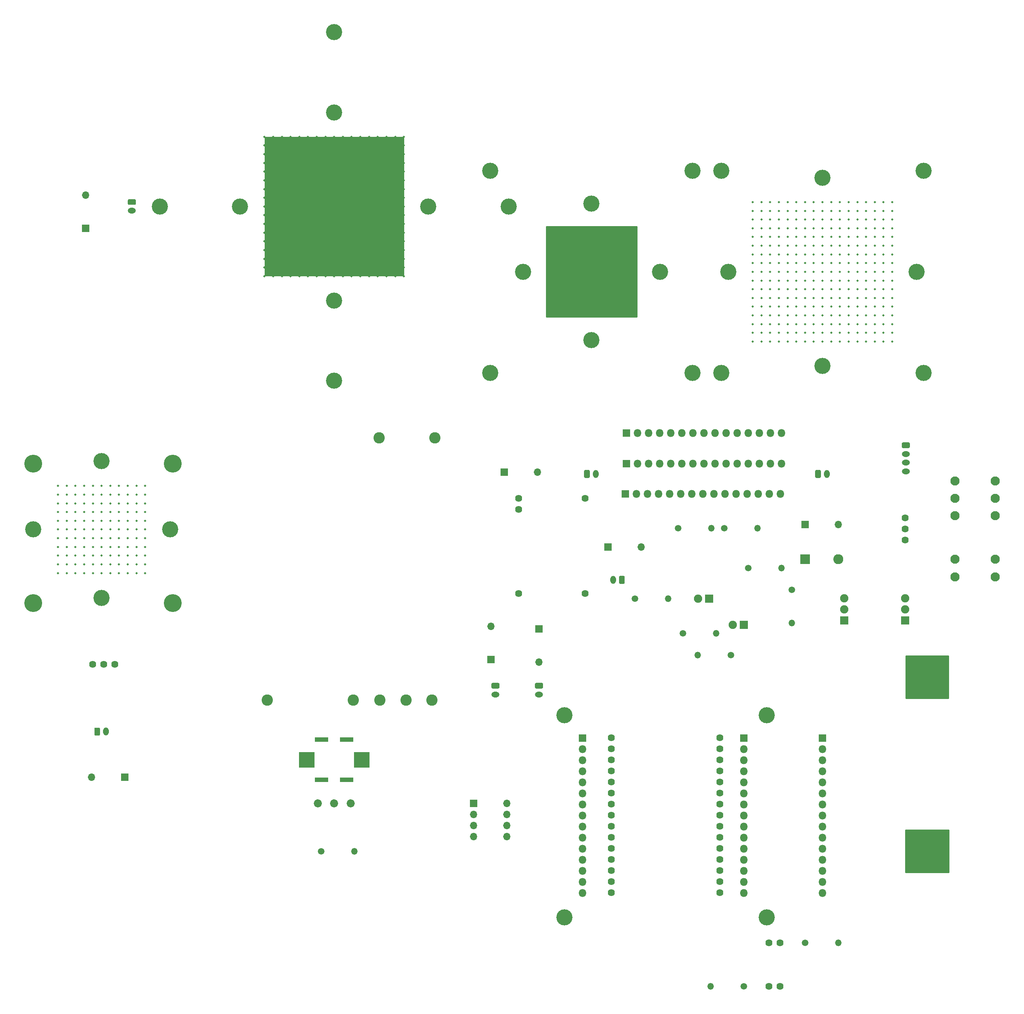
<source format=gbr>
%TF.GenerationSoftware,KiCad,Pcbnew,5.1.6-c6e7f7d~87~ubuntu19.10.1*%
%TF.CreationDate,2020-10-16T11:06:17+02:00*%
%TF.ProjectId,ariadne,61726961-646e-4652-9e6b-696361645f70,rev?*%
%TF.SameCoordinates,Original*%
%TF.FileFunction,Soldermask,Bot*%
%TF.FilePolarity,Negative*%
%FSLAX46Y46*%
G04 Gerber Fmt 4.6, Leading zero omitted, Abs format (unit mm)*
G04 Created by KiCad (PCBNEW 5.1.6-c6e7f7d~87~ubuntu19.10.1) date 2020-10-16 11:06:17*
%MOMM*%
%LPD*%
G01*
G04 APERTURE LIST*
%ADD10C,3.700000*%
%ADD11O,1.300000X1.850000*%
%ADD12C,0.500000*%
%ADD13O,1.850000X1.300000*%
%ADD14C,4.100000*%
%ADD15C,1.624000*%
%ADD16R,1.900000X1.900000*%
%ADD17C,1.900000*%
%ADD18R,2.300000X2.300000*%
%ADD19O,2.300000X2.300000*%
%ADD20C,1.500000*%
%ADD21O,1.500000X1.500000*%
%ADD22R,1.700000X1.700000*%
%ADD23O,1.700000X1.700000*%
%ADD24C,2.100000*%
%ADD25C,2.600000*%
%ADD26R,1.800000X1.800000*%
%ADD27O,1.800000X1.800000*%
%ADD28C,1.850000*%
%ADD29R,3.600000X3.600000*%
%ADD30R,3.100000X1.100000*%
%ADD31C,0.254000*%
G04 APERTURE END LIST*
D10*
%TO.C,U23*%
X208193102Y-230193102D03*
X208200173Y-183813969D03*
X161806898Y-183806898D03*
X161813969Y-230200173D03*
%TD*%
%TO.C,U6*%
G36*
G01*
X219330000Y-129054168D02*
X219330000Y-127745832D01*
G75*
G02*
X219600832Y-127475000I270832J0D01*
G01*
X220359168Y-127475000D01*
G75*
G02*
X220630000Y-127745832I0J-270832D01*
G01*
X220630000Y-129054168D01*
G75*
G02*
X220359168Y-129325000I-270832J0D01*
G01*
X219600832Y-129325000D01*
G75*
G02*
X219330000Y-129054168I0J270832D01*
G01*
G37*
D11*
X221980000Y-128400000D03*
D10*
X221000000Y-103600000D03*
X221000000Y-60400000D03*
X242600000Y-82000000D03*
X199400000Y-82000000D03*
D12*
X237000000Y-68000000D03*
X237000000Y-96000000D03*
X237000000Y-92000000D03*
X237000000Y-70000000D03*
X237000000Y-80000000D03*
X237000000Y-78000000D03*
X237000000Y-90000000D03*
X237000000Y-98000000D03*
X237000000Y-66000000D03*
X237000000Y-86000000D03*
X237000000Y-82000000D03*
X237000000Y-76000000D03*
X237000000Y-84000000D03*
X237000000Y-74000000D03*
X237000000Y-72000000D03*
X237000000Y-88000000D03*
X237000000Y-94000000D03*
X227000000Y-80000000D03*
X233000000Y-76000000D03*
X231000000Y-84000000D03*
X229000000Y-88000000D03*
X225000000Y-68000000D03*
X223000000Y-98000000D03*
X221000000Y-74000000D03*
X227000000Y-74000000D03*
X227000000Y-88000000D03*
X235000000Y-76000000D03*
X231000000Y-74000000D03*
X229000000Y-96000000D03*
X221000000Y-66000000D03*
X233000000Y-74000000D03*
X231000000Y-76000000D03*
X223000000Y-88000000D03*
X227000000Y-76000000D03*
X231000000Y-90000000D03*
X233000000Y-84000000D03*
X235000000Y-96000000D03*
X235000000Y-92000000D03*
X221000000Y-76000000D03*
X231000000Y-88000000D03*
X233000000Y-82000000D03*
X235000000Y-88000000D03*
X229000000Y-76000000D03*
X223000000Y-96000000D03*
X229000000Y-90000000D03*
X233000000Y-72000000D03*
X225000000Y-72000000D03*
X233000000Y-70000000D03*
X229000000Y-94000000D03*
X227000000Y-68000000D03*
X221000000Y-90000000D03*
X233000000Y-94000000D03*
X235000000Y-66000000D03*
X229000000Y-82000000D03*
X231000000Y-98000000D03*
X233000000Y-98000000D03*
X221000000Y-82000000D03*
X221000000Y-80000000D03*
X221000000Y-98000000D03*
X227000000Y-72000000D03*
X227000000Y-70000000D03*
X225000000Y-98000000D03*
X225000000Y-96000000D03*
X223000000Y-76000000D03*
X235000000Y-74000000D03*
X223000000Y-78000000D03*
X235000000Y-82000000D03*
X233000000Y-92000000D03*
X231000000Y-70000000D03*
X223000000Y-68000000D03*
X227000000Y-66000000D03*
X231000000Y-82000000D03*
X227000000Y-84000000D03*
X229000000Y-68000000D03*
X233000000Y-96000000D03*
X221000000Y-94000000D03*
X235000000Y-70000000D03*
X231000000Y-68000000D03*
X235000000Y-86000000D03*
X223000000Y-74000000D03*
X221000000Y-92000000D03*
X223000000Y-90000000D03*
X229000000Y-98000000D03*
X227000000Y-98000000D03*
X225000000Y-80000000D03*
X231000000Y-96000000D03*
X221000000Y-96000000D03*
X231000000Y-78000000D03*
X225000000Y-70000000D03*
X233000000Y-90000000D03*
X221000000Y-72000000D03*
X223000000Y-94000000D03*
X233000000Y-80000000D03*
X235000000Y-72000000D03*
X221000000Y-86000000D03*
X223000000Y-92000000D03*
X227000000Y-96000000D03*
X225000000Y-94000000D03*
X223000000Y-66000000D03*
X235000000Y-98000000D03*
X221000000Y-78000000D03*
X223000000Y-72000000D03*
X231000000Y-94000000D03*
X229000000Y-78000000D03*
X227000000Y-90000000D03*
X225000000Y-76000000D03*
X223000000Y-82000000D03*
X225000000Y-92000000D03*
X227000000Y-92000000D03*
X231000000Y-72000000D03*
X223000000Y-86000000D03*
X231000000Y-92000000D03*
X227000000Y-82000000D03*
X231000000Y-66000000D03*
X225000000Y-74000000D03*
X223000000Y-70000000D03*
X225000000Y-86000000D03*
X225000000Y-78000000D03*
X225000000Y-90000000D03*
X225000000Y-88000000D03*
X235000000Y-84000000D03*
X235000000Y-78000000D03*
X233000000Y-68000000D03*
X229000000Y-66000000D03*
X225000000Y-84000000D03*
X229000000Y-86000000D03*
X229000000Y-80000000D03*
X235000000Y-68000000D03*
X233000000Y-86000000D03*
X235000000Y-80000000D03*
X231000000Y-86000000D03*
X229000000Y-92000000D03*
X231000000Y-80000000D03*
X227000000Y-94000000D03*
X223000000Y-80000000D03*
X229000000Y-74000000D03*
X227000000Y-78000000D03*
X225000000Y-82000000D03*
X233000000Y-78000000D03*
X235000000Y-94000000D03*
X225000000Y-66000000D03*
X221000000Y-70000000D03*
X227000000Y-86000000D03*
X235000000Y-90000000D03*
X221000000Y-68000000D03*
X229000000Y-70000000D03*
X233000000Y-88000000D03*
X223000000Y-84000000D03*
X221000000Y-88000000D03*
X229000000Y-84000000D03*
X233000000Y-66000000D03*
X229000000Y-72000000D03*
X221000000Y-84000000D03*
X219000000Y-80000000D03*
X217000000Y-68000000D03*
X215000000Y-98000000D03*
X213000000Y-74000000D03*
X219000000Y-74000000D03*
X219000000Y-88000000D03*
X213000000Y-66000000D03*
X215000000Y-88000000D03*
X219000000Y-76000000D03*
X213000000Y-76000000D03*
X215000000Y-96000000D03*
X217000000Y-72000000D03*
X219000000Y-68000000D03*
X213000000Y-90000000D03*
X213000000Y-82000000D03*
X213000000Y-80000000D03*
X213000000Y-98000000D03*
X219000000Y-72000000D03*
X219000000Y-70000000D03*
X217000000Y-98000000D03*
X217000000Y-96000000D03*
X215000000Y-76000000D03*
X215000000Y-78000000D03*
X215000000Y-68000000D03*
X219000000Y-66000000D03*
X219000000Y-84000000D03*
X213000000Y-94000000D03*
X215000000Y-74000000D03*
X213000000Y-92000000D03*
X215000000Y-90000000D03*
X219000000Y-98000000D03*
X217000000Y-80000000D03*
X213000000Y-96000000D03*
X217000000Y-70000000D03*
X213000000Y-72000000D03*
X215000000Y-94000000D03*
X213000000Y-86000000D03*
X215000000Y-92000000D03*
X219000000Y-96000000D03*
X217000000Y-94000000D03*
X215000000Y-66000000D03*
X213000000Y-78000000D03*
X215000000Y-72000000D03*
X219000000Y-90000000D03*
X217000000Y-76000000D03*
X215000000Y-82000000D03*
X217000000Y-92000000D03*
X219000000Y-92000000D03*
X215000000Y-86000000D03*
X219000000Y-82000000D03*
X217000000Y-74000000D03*
X215000000Y-70000000D03*
X217000000Y-86000000D03*
X217000000Y-78000000D03*
X217000000Y-90000000D03*
X217000000Y-88000000D03*
X217000000Y-84000000D03*
X219000000Y-94000000D03*
X215000000Y-80000000D03*
X219000000Y-78000000D03*
X217000000Y-82000000D03*
X217000000Y-66000000D03*
X213000000Y-70000000D03*
X219000000Y-86000000D03*
X213000000Y-68000000D03*
X215000000Y-84000000D03*
X213000000Y-88000000D03*
X213000000Y-84000000D03*
X211000000Y-98000000D03*
X209000000Y-74000000D03*
X209000000Y-66000000D03*
X211000000Y-88000000D03*
X209000000Y-76000000D03*
X211000000Y-96000000D03*
X209000000Y-90000000D03*
X209000000Y-82000000D03*
X209000000Y-80000000D03*
X209000000Y-98000000D03*
X211000000Y-76000000D03*
X211000000Y-78000000D03*
X211000000Y-68000000D03*
X209000000Y-94000000D03*
X211000000Y-74000000D03*
X209000000Y-92000000D03*
X211000000Y-90000000D03*
X209000000Y-96000000D03*
X209000000Y-72000000D03*
X211000000Y-94000000D03*
X209000000Y-86000000D03*
X211000000Y-92000000D03*
X211000000Y-66000000D03*
X209000000Y-78000000D03*
X211000000Y-72000000D03*
X211000000Y-82000000D03*
X211000000Y-86000000D03*
X211000000Y-70000000D03*
X211000000Y-80000000D03*
X209000000Y-70000000D03*
X209000000Y-68000000D03*
X211000000Y-84000000D03*
X209000000Y-88000000D03*
X209000000Y-84000000D03*
X207000000Y-74000000D03*
X207000000Y-76000000D03*
X207000000Y-90000000D03*
X207000000Y-82000000D03*
X207000000Y-80000000D03*
X207000000Y-98000000D03*
X207000000Y-94000000D03*
X207000000Y-92000000D03*
X207000000Y-96000000D03*
X207000000Y-72000000D03*
X207000000Y-86000000D03*
X207000000Y-78000000D03*
X207000000Y-70000000D03*
X207000000Y-68000000D03*
X207000000Y-88000000D03*
X207000000Y-84000000D03*
X207000000Y-66000000D03*
X205000000Y-66000000D03*
X205000000Y-74000000D03*
X205000000Y-82000000D03*
X205000000Y-76000000D03*
X205000000Y-72000000D03*
X205000000Y-68000000D03*
X205000000Y-78000000D03*
X205000000Y-80000000D03*
X205000000Y-70000000D03*
X205000000Y-90000000D03*
X205000000Y-84000000D03*
X205000000Y-86000000D03*
X205000000Y-88000000D03*
X205000000Y-94000000D03*
X205000000Y-92000000D03*
X205000000Y-96000000D03*
X205000000Y-98000000D03*
%TD*%
%TO.C,U12*%
G36*
G01*
X166330000Y-129054168D02*
X166330000Y-127745832D01*
G75*
G02*
X166600832Y-127475000I270832J0D01*
G01*
X167359168Y-127475000D01*
G75*
G02*
X167630000Y-127745832I0J-270832D01*
G01*
X167630000Y-129054168D01*
G75*
G02*
X167359168Y-129325000I-270832J0D01*
G01*
X166600832Y-129325000D01*
G75*
G02*
X166330000Y-129054168I0J270832D01*
G01*
G37*
D11*
X168980000Y-128400000D03*
D10*
X168000000Y-97700000D03*
X168000000Y-66300000D03*
X183700000Y-82000000D03*
X152300000Y-82000000D03*
D12*
X174000000Y-80000000D03*
X178000000Y-84000000D03*
X176000000Y-88000000D03*
X168000000Y-74000000D03*
X174000000Y-74000000D03*
X174000000Y-88000000D03*
X178000000Y-74000000D03*
X178000000Y-76000000D03*
X170000000Y-88000000D03*
X174000000Y-76000000D03*
X178000000Y-90000000D03*
X168000000Y-76000000D03*
X178000000Y-88000000D03*
X176000000Y-76000000D03*
X176000000Y-90000000D03*
X172000000Y-72000000D03*
X168000000Y-90000000D03*
X176000000Y-82000000D03*
X168000000Y-82000000D03*
X168000000Y-80000000D03*
X174000000Y-72000000D03*
X170000000Y-76000000D03*
X170000000Y-78000000D03*
X178000000Y-82000000D03*
X174000000Y-84000000D03*
X170000000Y-74000000D03*
X168000000Y-92000000D03*
X170000000Y-90000000D03*
X172000000Y-80000000D03*
X178000000Y-78000000D03*
X168000000Y-72000000D03*
X168000000Y-86000000D03*
X170000000Y-92000000D03*
X168000000Y-78000000D03*
X170000000Y-72000000D03*
X176000000Y-78000000D03*
X174000000Y-90000000D03*
X172000000Y-76000000D03*
X170000000Y-82000000D03*
X172000000Y-92000000D03*
X174000000Y-92000000D03*
X178000000Y-72000000D03*
X170000000Y-86000000D03*
X178000000Y-92000000D03*
X174000000Y-82000000D03*
X172000000Y-74000000D03*
X172000000Y-86000000D03*
X172000000Y-78000000D03*
X172000000Y-90000000D03*
X172000000Y-88000000D03*
X172000000Y-84000000D03*
X176000000Y-86000000D03*
X176000000Y-80000000D03*
X178000000Y-86000000D03*
X176000000Y-92000000D03*
X178000000Y-80000000D03*
X170000000Y-80000000D03*
X176000000Y-74000000D03*
X174000000Y-78000000D03*
X172000000Y-82000000D03*
X174000000Y-86000000D03*
X170000000Y-84000000D03*
X168000000Y-88000000D03*
X176000000Y-84000000D03*
X176000000Y-72000000D03*
X168000000Y-84000000D03*
X166000000Y-80000000D03*
X160000000Y-74000000D03*
X166000000Y-74000000D03*
X166000000Y-88000000D03*
X162000000Y-88000000D03*
X166000000Y-76000000D03*
X160000000Y-76000000D03*
X164000000Y-72000000D03*
X160000000Y-90000000D03*
X160000000Y-82000000D03*
X160000000Y-80000000D03*
X166000000Y-72000000D03*
X162000000Y-76000000D03*
X162000000Y-78000000D03*
X166000000Y-84000000D03*
X162000000Y-74000000D03*
X160000000Y-92000000D03*
X162000000Y-90000000D03*
X164000000Y-80000000D03*
X160000000Y-72000000D03*
X160000000Y-86000000D03*
X162000000Y-92000000D03*
X160000000Y-78000000D03*
X162000000Y-72000000D03*
X166000000Y-90000000D03*
X164000000Y-76000000D03*
X162000000Y-82000000D03*
X164000000Y-92000000D03*
X166000000Y-92000000D03*
X162000000Y-86000000D03*
X166000000Y-82000000D03*
X164000000Y-74000000D03*
X164000000Y-86000000D03*
X164000000Y-78000000D03*
X164000000Y-90000000D03*
X164000000Y-88000000D03*
X164000000Y-84000000D03*
X162000000Y-80000000D03*
X166000000Y-78000000D03*
X164000000Y-82000000D03*
X166000000Y-86000000D03*
X162000000Y-84000000D03*
X160000000Y-88000000D03*
X160000000Y-84000000D03*
X158000000Y-88000000D03*
X158000000Y-76000000D03*
X158000000Y-78000000D03*
X158000000Y-74000000D03*
X158000000Y-90000000D03*
X158000000Y-92000000D03*
X158000000Y-72000000D03*
X158000000Y-82000000D03*
X158000000Y-86000000D03*
X158000000Y-80000000D03*
X158000000Y-84000000D03*
%TD*%
%TO.C,U15*%
G36*
G01*
X53990001Y-188194167D02*
X53990001Y-186885831D01*
G75*
G02*
X54260833Y-186614999I270832J0D01*
G01*
X55019169Y-186614999D01*
G75*
G02*
X55290001Y-186885831I0J-270832D01*
G01*
X55290001Y-188194167D01*
G75*
G02*
X55019169Y-188464999I-270832J0D01*
G01*
X54260833Y-188464999D01*
G75*
G02*
X53990001Y-188194167I0J270832D01*
G01*
G37*
D11*
X56640001Y-187539999D03*
D10*
X55660001Y-156839999D03*
X55660001Y-125439999D03*
X71360001Y-141139999D03*
X39960001Y-141139999D03*
D12*
X61660001Y-139139999D03*
X65660001Y-143139999D03*
X63660001Y-147139999D03*
X55660001Y-133139999D03*
X61660001Y-133139999D03*
X61660001Y-147139999D03*
X65660001Y-133139999D03*
X65660001Y-135139999D03*
X57660001Y-147139999D03*
X61660001Y-135139999D03*
X65660001Y-149139999D03*
X55660001Y-135139999D03*
X65660001Y-147139999D03*
X63660001Y-135139999D03*
X63660001Y-149139999D03*
X59660001Y-131139999D03*
X55660001Y-149139999D03*
X63660001Y-141139999D03*
X55660001Y-141139999D03*
X55660001Y-139139999D03*
X61660001Y-131139999D03*
X57660001Y-135139999D03*
X57660001Y-137139999D03*
X65660001Y-141139999D03*
X61660001Y-143139999D03*
X57660001Y-133139999D03*
X55660001Y-151139999D03*
X57660001Y-149139999D03*
X59660001Y-139139999D03*
X65660001Y-137139999D03*
X55660001Y-131139999D03*
X55660001Y-145139999D03*
X57660001Y-151139999D03*
X55660001Y-137139999D03*
X57660001Y-131139999D03*
X63660001Y-137139999D03*
X61660001Y-149139999D03*
X59660001Y-135139999D03*
X57660001Y-141139999D03*
X59660001Y-151139999D03*
X61660001Y-151139999D03*
X65660001Y-131139999D03*
X57660001Y-145139999D03*
X65660001Y-151139999D03*
X61660001Y-141139999D03*
X59660001Y-133139999D03*
X59660001Y-145139999D03*
X59660001Y-137139999D03*
X59660001Y-149139999D03*
X59660001Y-147139999D03*
X59660001Y-143139999D03*
X63660001Y-145139999D03*
X63660001Y-139139999D03*
X65660001Y-145139999D03*
X63660001Y-151139999D03*
X65660001Y-139139999D03*
X57660001Y-139139999D03*
X63660001Y-133139999D03*
X61660001Y-137139999D03*
X59660001Y-141139999D03*
X61660001Y-145139999D03*
X57660001Y-143139999D03*
X55660001Y-147139999D03*
X63660001Y-143139999D03*
X63660001Y-131139999D03*
X55660001Y-143139999D03*
X53660001Y-139139999D03*
X47660001Y-133139999D03*
X53660001Y-133139999D03*
X53660001Y-147139999D03*
X49660001Y-147139999D03*
X53660001Y-135139999D03*
X47660001Y-135139999D03*
X51660001Y-131139999D03*
X47660001Y-149139999D03*
X47660001Y-141139999D03*
X47660001Y-139139999D03*
X53660001Y-131139999D03*
X49660001Y-135139999D03*
X49660001Y-137139999D03*
X53660001Y-143139999D03*
X49660001Y-133139999D03*
X47660001Y-151139999D03*
X49660001Y-149139999D03*
X51660001Y-139139999D03*
X47660001Y-131139999D03*
X47660001Y-145139999D03*
X49660001Y-151139999D03*
X47660001Y-137139999D03*
X49660001Y-131139999D03*
X53660001Y-149139999D03*
X51660001Y-135139999D03*
X49660001Y-141139999D03*
X51660001Y-151139999D03*
X53660001Y-151139999D03*
X49660001Y-145139999D03*
X53660001Y-141139999D03*
X51660001Y-133139999D03*
X51660001Y-145139999D03*
X51660001Y-137139999D03*
X51660001Y-149139999D03*
X51660001Y-147139999D03*
X51660001Y-143139999D03*
X49660001Y-139139999D03*
X53660001Y-137139999D03*
X51660001Y-141139999D03*
X53660001Y-145139999D03*
X49660001Y-143139999D03*
X47660001Y-147139999D03*
X47660001Y-143139999D03*
X45660001Y-147139999D03*
X45660001Y-135139999D03*
X45660001Y-137139999D03*
X45660001Y-133139999D03*
X45660001Y-149139999D03*
X45660001Y-151139999D03*
X45660001Y-131139999D03*
X45660001Y-141139999D03*
X45660001Y-145139999D03*
X45660001Y-139139999D03*
X45660001Y-143139999D03*
%TD*%
%TO.C,U13*%
G36*
G01*
X61945832Y-65330000D02*
X63254168Y-65330000D01*
G75*
G02*
X63525000Y-65600832I0J-270832D01*
G01*
X63525000Y-66359168D01*
G75*
G02*
X63254168Y-66630000I-270832J0D01*
G01*
X61945832Y-66630000D01*
G75*
G02*
X61675000Y-66359168I0J270832D01*
G01*
X61675000Y-65600832D01*
G75*
G02*
X61945832Y-65330000I270832J0D01*
G01*
G37*
D13*
X62600000Y-67980000D03*
D10*
X87400000Y-67000000D03*
X130600000Y-67000000D03*
X109000000Y-88600000D03*
X109000000Y-45400000D03*
D12*
X123000000Y-83000000D03*
X95000000Y-83000000D03*
X99000000Y-83000000D03*
X121000000Y-83000000D03*
X111000000Y-83000000D03*
X113000000Y-83000000D03*
X101000000Y-83000000D03*
X93000000Y-83000000D03*
X125000000Y-83000000D03*
X105000000Y-83000000D03*
X109000000Y-83000000D03*
X115000000Y-83000000D03*
X107000000Y-83000000D03*
X117000000Y-83000000D03*
X119000000Y-83000000D03*
X103000000Y-83000000D03*
X97000000Y-83000000D03*
X111000000Y-73000000D03*
X115000000Y-79000000D03*
X107000000Y-77000000D03*
X103000000Y-75000000D03*
X123000000Y-71000000D03*
X93000000Y-69000000D03*
X117000000Y-67000000D03*
X117000000Y-73000000D03*
X103000000Y-73000000D03*
X115000000Y-81000000D03*
X117000000Y-77000000D03*
X95000000Y-75000000D03*
X125000000Y-67000000D03*
X117000000Y-79000000D03*
X115000000Y-77000000D03*
X103000000Y-69000000D03*
X115000000Y-73000000D03*
X101000000Y-77000000D03*
X107000000Y-79000000D03*
X95000000Y-81000000D03*
X99000000Y-81000000D03*
X115000000Y-67000000D03*
X103000000Y-77000000D03*
X109000000Y-79000000D03*
X103000000Y-81000000D03*
X115000000Y-75000000D03*
X95000000Y-69000000D03*
X101000000Y-75000000D03*
X119000000Y-79000000D03*
X119000000Y-71000000D03*
X121000000Y-79000000D03*
X97000000Y-75000000D03*
X123000000Y-73000000D03*
X101000000Y-67000000D03*
X97000000Y-79000000D03*
X125000000Y-81000000D03*
X109000000Y-75000000D03*
X93000000Y-77000000D03*
X93000000Y-79000000D03*
X109000000Y-67000000D03*
X111000000Y-67000000D03*
X93000000Y-67000000D03*
X119000000Y-73000000D03*
X121000000Y-73000000D03*
X93000000Y-71000000D03*
X95000000Y-71000000D03*
X115000000Y-69000000D03*
X117000000Y-81000000D03*
X113000000Y-69000000D03*
X109000000Y-81000000D03*
X99000000Y-79000000D03*
X121000000Y-77000000D03*
X123000000Y-69000000D03*
X125000000Y-73000000D03*
X109000000Y-77000000D03*
X107000000Y-73000000D03*
X123000000Y-75000000D03*
X95000000Y-79000000D03*
X97000000Y-67000000D03*
X121000000Y-81000000D03*
X123000000Y-77000000D03*
X105000000Y-81000000D03*
X117000000Y-69000000D03*
X99000000Y-67000000D03*
X101000000Y-69000000D03*
X93000000Y-75000000D03*
X93000000Y-73000000D03*
X111000000Y-71000000D03*
X95000000Y-77000000D03*
X95000000Y-67000000D03*
X113000000Y-77000000D03*
X121000000Y-71000000D03*
X101000000Y-79000000D03*
X119000000Y-67000000D03*
X97000000Y-69000000D03*
X111000000Y-79000000D03*
X119000000Y-81000000D03*
X105000000Y-67000000D03*
X99000000Y-69000000D03*
X95000000Y-73000000D03*
X97000000Y-71000000D03*
X125000000Y-69000000D03*
X93000000Y-81000000D03*
X113000000Y-67000000D03*
X119000000Y-69000000D03*
X97000000Y-77000000D03*
X113000000Y-75000000D03*
X101000000Y-73000000D03*
X115000000Y-71000000D03*
X109000000Y-69000000D03*
X99000000Y-71000000D03*
X99000000Y-73000000D03*
X119000000Y-77000000D03*
X105000000Y-69000000D03*
X99000000Y-77000000D03*
X109000000Y-73000000D03*
X125000000Y-77000000D03*
X117000000Y-71000000D03*
X121000000Y-69000000D03*
X105000000Y-71000000D03*
X113000000Y-71000000D03*
X101000000Y-71000000D03*
X103000000Y-71000000D03*
X107000000Y-81000000D03*
X113000000Y-81000000D03*
X123000000Y-79000000D03*
X125000000Y-75000000D03*
X107000000Y-71000000D03*
X105000000Y-75000000D03*
X111000000Y-75000000D03*
X123000000Y-81000000D03*
X105000000Y-79000000D03*
X111000000Y-81000000D03*
X105000000Y-77000000D03*
X99000000Y-75000000D03*
X111000000Y-77000000D03*
X97000000Y-73000000D03*
X111000000Y-69000000D03*
X117000000Y-75000000D03*
X113000000Y-73000000D03*
X109000000Y-71000000D03*
X113000000Y-79000000D03*
X97000000Y-81000000D03*
X125000000Y-71000000D03*
X121000000Y-67000000D03*
X105000000Y-73000000D03*
X101000000Y-81000000D03*
X123000000Y-67000000D03*
X121000000Y-75000000D03*
X103000000Y-79000000D03*
X107000000Y-69000000D03*
X103000000Y-67000000D03*
X107000000Y-75000000D03*
X125000000Y-79000000D03*
X119000000Y-75000000D03*
X107000000Y-67000000D03*
X111000000Y-65000000D03*
X123000000Y-63000000D03*
X93000000Y-61000000D03*
X117000000Y-59000000D03*
X117000000Y-65000000D03*
X103000000Y-65000000D03*
X125000000Y-59000000D03*
X103000000Y-61000000D03*
X115000000Y-65000000D03*
X115000000Y-59000000D03*
X95000000Y-61000000D03*
X119000000Y-63000000D03*
X123000000Y-65000000D03*
X101000000Y-59000000D03*
X109000000Y-59000000D03*
X111000000Y-59000000D03*
X93000000Y-59000000D03*
X119000000Y-65000000D03*
X121000000Y-65000000D03*
X93000000Y-63000000D03*
X95000000Y-63000000D03*
X115000000Y-61000000D03*
X113000000Y-61000000D03*
X123000000Y-61000000D03*
X125000000Y-65000000D03*
X107000000Y-65000000D03*
X97000000Y-59000000D03*
X117000000Y-61000000D03*
X99000000Y-59000000D03*
X101000000Y-61000000D03*
X93000000Y-65000000D03*
X111000000Y-63000000D03*
X95000000Y-59000000D03*
X121000000Y-63000000D03*
X119000000Y-59000000D03*
X97000000Y-61000000D03*
X105000000Y-59000000D03*
X99000000Y-61000000D03*
X95000000Y-65000000D03*
X97000000Y-63000000D03*
X125000000Y-61000000D03*
X113000000Y-59000000D03*
X119000000Y-61000000D03*
X101000000Y-65000000D03*
X115000000Y-63000000D03*
X109000000Y-61000000D03*
X99000000Y-63000000D03*
X99000000Y-65000000D03*
X105000000Y-61000000D03*
X109000000Y-65000000D03*
X117000000Y-63000000D03*
X121000000Y-61000000D03*
X105000000Y-63000000D03*
X113000000Y-63000000D03*
X101000000Y-63000000D03*
X103000000Y-63000000D03*
X107000000Y-63000000D03*
X97000000Y-65000000D03*
X111000000Y-61000000D03*
X113000000Y-65000000D03*
X109000000Y-63000000D03*
X125000000Y-63000000D03*
X121000000Y-59000000D03*
X105000000Y-65000000D03*
X123000000Y-59000000D03*
X107000000Y-61000000D03*
X103000000Y-59000000D03*
X107000000Y-59000000D03*
X93000000Y-57000000D03*
X117000000Y-55000000D03*
X125000000Y-55000000D03*
X103000000Y-57000000D03*
X115000000Y-55000000D03*
X95000000Y-57000000D03*
X101000000Y-55000000D03*
X109000000Y-55000000D03*
X111000000Y-55000000D03*
X93000000Y-55000000D03*
X115000000Y-57000000D03*
X113000000Y-57000000D03*
X123000000Y-57000000D03*
X97000000Y-55000000D03*
X117000000Y-57000000D03*
X99000000Y-55000000D03*
X101000000Y-57000000D03*
X95000000Y-55000000D03*
X119000000Y-55000000D03*
X97000000Y-57000000D03*
X105000000Y-55000000D03*
X99000000Y-57000000D03*
X125000000Y-57000000D03*
X113000000Y-55000000D03*
X119000000Y-57000000D03*
X109000000Y-57000000D03*
X105000000Y-57000000D03*
X121000000Y-57000000D03*
X111000000Y-57000000D03*
X121000000Y-55000000D03*
X123000000Y-55000000D03*
X107000000Y-57000000D03*
X103000000Y-55000000D03*
X107000000Y-55000000D03*
X117000000Y-53000000D03*
X115000000Y-53000000D03*
X101000000Y-53000000D03*
X109000000Y-53000000D03*
X111000000Y-53000000D03*
X93000000Y-53000000D03*
X97000000Y-53000000D03*
X99000000Y-53000000D03*
X95000000Y-53000000D03*
X119000000Y-53000000D03*
X105000000Y-53000000D03*
X113000000Y-53000000D03*
X121000000Y-53000000D03*
X123000000Y-53000000D03*
X103000000Y-53000000D03*
X107000000Y-53000000D03*
X125000000Y-53000000D03*
X125000000Y-51000000D03*
X117000000Y-51000000D03*
X109000000Y-51000000D03*
X115000000Y-51000000D03*
X119000000Y-51000000D03*
X123000000Y-51000000D03*
X113000000Y-51000000D03*
X111000000Y-51000000D03*
X121000000Y-51000000D03*
X101000000Y-51000000D03*
X107000000Y-51000000D03*
X105000000Y-51000000D03*
X103000000Y-51000000D03*
X97000000Y-51000000D03*
X99000000Y-51000000D03*
X95000000Y-51000000D03*
X93000000Y-51000000D03*
%TD*%
D14*
%TO.C,U18*%
X40000000Y-126000000D03*
X40000000Y-158000000D03*
X72000000Y-158000000D03*
X72000000Y-126000000D03*
D15*
X58730000Y-172048000D03*
X56190000Y-172048000D03*
X53650000Y-172048000D03*
%TD*%
D10*
%TO.C,U22*%
X108990000Y-107000000D03*
X68990000Y-67000000D03*
X108990000Y-27000000D03*
X148990000Y-67000000D03*
X108990000Y-45410000D03*
X130580000Y-67000000D03*
X108990000Y-88590000D03*
X87400000Y-67000000D03*
%TD*%
%TO.C,U19*%
X191186031Y-58799827D03*
X191193102Y-105193102D03*
X144799827Y-105186031D03*
X144806898Y-58806898D03*
%TD*%
%TO.C,U27*%
X197806898Y-58806898D03*
X197799827Y-105186031D03*
X244193102Y-105193102D03*
X244186031Y-58799827D03*
%TD*%
D16*
%TO.C,D1*%
X203000000Y-163000000D03*
D17*
X200460000Y-163000000D03*
%TD*%
D18*
%TO.C,D2*%
X217000000Y-148000000D03*
D19*
X224620000Y-148000000D03*
%TD*%
D17*
%TO.C,D3*%
X192460000Y-157000000D03*
D16*
X195000000Y-157000000D03*
%TD*%
D20*
%TO.C,R1*%
X214000000Y-155000000D03*
D21*
X214000000Y-162620000D03*
%TD*%
D20*
%TO.C,R2*%
X178000000Y-157000000D03*
D21*
X185620000Y-157000000D03*
%TD*%
D20*
%TO.C,R3*%
X204000000Y-150000000D03*
D21*
X211620000Y-150000000D03*
%TD*%
%TO.C,R4*%
X206105001Y-140815001D03*
D20*
X198485001Y-140815001D03*
%TD*%
%TO.C,R5*%
X187915001Y-140815001D03*
D21*
X195535001Y-140815001D03*
%TD*%
%TO.C,R6*%
X113620000Y-215000000D03*
D20*
X106000000Y-215000000D03*
%TD*%
D21*
%TO.C,R7*%
X195380000Y-246000000D03*
D20*
X203000000Y-246000000D03*
%TD*%
D21*
%TO.C,R8*%
X224620000Y-236000000D03*
D20*
X217000000Y-236000000D03*
%TD*%
D21*
%TO.C,R9*%
X192380000Y-170000000D03*
D20*
X200000000Y-170000000D03*
%TD*%
%TO.C,R10*%
X189000000Y-165000000D03*
D21*
X196620000Y-165000000D03*
%TD*%
D22*
%TO.C,SW1*%
X217000000Y-140000000D03*
D23*
X224620000Y-140000000D03*
%TD*%
%TO.C,SW2*%
X179420000Y-145200000D03*
D22*
X171800000Y-145200000D03*
%TD*%
%TO.C,SW3*%
X156000000Y-164000000D03*
D23*
X156000000Y-171620000D03*
%TD*%
D22*
%TO.C,SW4*%
X148000000Y-128000000D03*
D23*
X155620000Y-128000000D03*
%TD*%
D22*
%TO.C,SW5*%
X52000000Y-72000000D03*
D23*
X52000000Y-64380000D03*
%TD*%
%TO.C,SW6*%
X145000000Y-163380000D03*
D22*
X145000000Y-171000000D03*
%TD*%
D23*
%TO.C,SW7*%
X53380000Y-198000000D03*
D22*
X61000000Y-198000000D03*
%TD*%
D15*
%TO.C,SW8*%
X208730000Y-246000000D03*
X211270000Y-246000000D03*
%TD*%
%TO.C,SW9*%
X208730000Y-236000000D03*
X211270000Y-236000000D03*
%TD*%
D24*
%TO.C,U1*%
X260600000Y-152000000D03*
X260600000Y-148000000D03*
X251400000Y-152000000D03*
X251400000Y-148000000D03*
%TD*%
%TO.C,U2*%
G36*
G01*
X145345832Y-176350000D02*
X146654168Y-176350000D01*
G75*
G02*
X146925000Y-176620832I0J-270832D01*
G01*
X146925000Y-177379168D01*
G75*
G02*
X146654168Y-177650000I-270832J0D01*
G01*
X145345832Y-177650000D01*
G75*
G02*
X145075000Y-177379168I0J270832D01*
G01*
X145075000Y-176620832D01*
G75*
G02*
X145345832Y-176350000I270832J0D01*
G01*
G37*
D13*
X146000000Y-179000000D03*
%TD*%
D17*
%TO.C,U3*%
X240000000Y-156920000D03*
X240000000Y-159460000D03*
D16*
X240000000Y-162000000D03*
%TD*%
D22*
%TO.C,U4*%
X141000000Y-204000000D03*
D23*
X148620000Y-211620000D03*
X141000000Y-206540000D03*
X148620000Y-209080000D03*
X141000000Y-209080000D03*
X148620000Y-206540000D03*
X141000000Y-211620000D03*
X148620000Y-204000000D03*
%TD*%
D15*
%TO.C,U5*%
X172554000Y-188966000D03*
X172554000Y-191506000D03*
X172554000Y-194046000D03*
X172554000Y-196586000D03*
X172554000Y-199126000D03*
X172554000Y-201666000D03*
X172554000Y-204206000D03*
X172554000Y-206746000D03*
X172554000Y-209286000D03*
X172554000Y-211826000D03*
X172554000Y-214366000D03*
X172554000Y-216906000D03*
X172554000Y-219446000D03*
X172554000Y-221986000D03*
X172554000Y-221986000D03*
X172554000Y-224526000D03*
X197446000Y-224526000D03*
X197446000Y-221986000D03*
X197446000Y-219446000D03*
X197446000Y-216906000D03*
X197446000Y-214366000D03*
X197446000Y-211826000D03*
X197446000Y-209286000D03*
X197446000Y-206746000D03*
X197446000Y-204206000D03*
X197446000Y-201666000D03*
X197446000Y-199126000D03*
X197446000Y-196586000D03*
X197446000Y-194046000D03*
X197446000Y-191506000D03*
X197446000Y-188966000D03*
%TD*%
D16*
%TO.C,U7*%
X226000000Y-162000000D03*
D17*
X226000000Y-159460000D03*
X226000000Y-156920000D03*
%TD*%
%TO.C,U8*%
G36*
G01*
X175650000Y-152045832D02*
X175650000Y-153354168D01*
G75*
G02*
X175379168Y-153625000I-270832J0D01*
G01*
X174620832Y-153625000D01*
G75*
G02*
X174350000Y-153354168I0J270832D01*
G01*
X174350000Y-152045832D01*
G75*
G02*
X174620832Y-151775000I270832J0D01*
G01*
X175379168Y-151775000D01*
G75*
G02*
X175650000Y-152045832I0J-270832D01*
G01*
G37*
D11*
X173000000Y-152700000D03*
%TD*%
D13*
%TO.C,U9*%
X156000000Y-179000000D03*
G36*
G01*
X155345832Y-176350000D02*
X156654168Y-176350000D01*
G75*
G02*
X156925000Y-176620832I0J-270832D01*
G01*
X156925000Y-177379168D01*
G75*
G02*
X156654168Y-177650000I-270832J0D01*
G01*
X155345832Y-177650000D01*
G75*
G02*
X155075000Y-177379168I0J270832D01*
G01*
X155075000Y-176620832D01*
G75*
G02*
X155345832Y-176350000I270832J0D01*
G01*
G37*
%TD*%
D24*
%TO.C,U10*%
X260600000Y-138000000D03*
X260600000Y-130000000D03*
X251400000Y-138000000D03*
X251400000Y-130000000D03*
X260600000Y-134000000D03*
X251400000Y-134000000D03*
%TD*%
D25*
%TO.C,U11*%
X131450000Y-180300000D03*
X125450000Y-180300000D03*
X119450000Y-180300000D03*
X113400000Y-180300000D03*
X93650000Y-180300000D03*
X132100000Y-120100000D03*
X119350000Y-120100000D03*
%TD*%
D15*
%TO.C,U14*%
X151275000Y-134000000D03*
X166575000Y-134000000D03*
X151275000Y-136500000D03*
X166550000Y-155825000D03*
X151325000Y-155800000D03*
%TD*%
D26*
%TO.C,U16*%
X166000000Y-189000000D03*
D27*
X166000000Y-191540000D03*
X166000000Y-194080000D03*
X166000000Y-196620000D03*
X166000000Y-199160000D03*
X166000000Y-201700000D03*
X166000000Y-204240000D03*
X166000000Y-206780000D03*
X166000000Y-209320000D03*
X166000000Y-211860000D03*
X166000000Y-214400000D03*
X166000000Y-216940000D03*
X166000000Y-219480000D03*
X166000000Y-222020000D03*
X166000000Y-224560000D03*
%TD*%
D28*
%TO.C,U17*%
X105250000Y-204000000D03*
X109000000Y-204000000D03*
X112750000Y-204000000D03*
D29*
X115300000Y-194000000D03*
X102700000Y-194000000D03*
D30*
X111900000Y-189400000D03*
X106100000Y-189400000D03*
X106100000Y-198600000D03*
X111900000Y-198600000D03*
%TD*%
D27*
%TO.C,U20*%
X203000000Y-224560000D03*
X203000000Y-222020000D03*
X203000000Y-219480000D03*
X203000000Y-216940000D03*
X203000000Y-214400000D03*
X203000000Y-211860000D03*
X203000000Y-209320000D03*
X203000000Y-206780000D03*
X203000000Y-204240000D03*
X203000000Y-201700000D03*
X203000000Y-199160000D03*
X203000000Y-196620000D03*
X203000000Y-194080000D03*
X203000000Y-191540000D03*
D26*
X203000000Y-189000000D03*
%TD*%
D27*
%TO.C,U21*%
X221000000Y-224560000D03*
X221000000Y-222020000D03*
X221000000Y-219480000D03*
X221000000Y-216940000D03*
X221000000Y-214400000D03*
X221000000Y-211860000D03*
X221000000Y-209320000D03*
X221000000Y-206780000D03*
X221000000Y-204240000D03*
X221000000Y-201700000D03*
X221000000Y-199160000D03*
X221000000Y-196620000D03*
X221000000Y-194080000D03*
X221000000Y-191540000D03*
D26*
X221000000Y-189000000D03*
%TD*%
%TO.C,U24*%
X176000000Y-119000000D03*
D27*
X178540000Y-119000000D03*
X181080000Y-119000000D03*
X183620000Y-119000000D03*
X186160000Y-119000000D03*
X188700000Y-119000000D03*
X191240000Y-119000000D03*
X193780000Y-119000000D03*
X196320000Y-119000000D03*
X198860000Y-119000000D03*
X201400000Y-119000000D03*
X203940000Y-119000000D03*
X206480000Y-119000000D03*
X209020000Y-119000000D03*
X211560000Y-119000000D03*
%TD*%
%TO.C,U25*%
X211320000Y-133000000D03*
X208780000Y-133000000D03*
X206240000Y-133000000D03*
X203700000Y-133000000D03*
X201160000Y-133000000D03*
X198620000Y-133000000D03*
X196080000Y-133000000D03*
X193540000Y-133000000D03*
X191000000Y-133000000D03*
X188460000Y-133000000D03*
X185920000Y-133000000D03*
X183380000Y-133000000D03*
X180840000Y-133000000D03*
X178300000Y-133000000D03*
D26*
X175760000Y-133000000D03*
%TD*%
%TO.C,U26*%
X176000000Y-126000000D03*
D27*
X178540000Y-126000000D03*
X181080000Y-126000000D03*
X183620000Y-126000000D03*
X186160000Y-126000000D03*
X188700000Y-126000000D03*
X191240000Y-126000000D03*
X193780000Y-126000000D03*
X196320000Y-126000000D03*
X198860000Y-126000000D03*
X201400000Y-126000000D03*
X203940000Y-126000000D03*
X206480000Y-126000000D03*
X209020000Y-126000000D03*
X211560000Y-126000000D03*
%TD*%
D15*
%TO.C,Q1*%
X240000000Y-143540000D03*
X240000000Y-141000000D03*
X240000000Y-138460000D03*
%TD*%
%TO.C,U28*%
G36*
G01*
X239445832Y-121150000D02*
X240754168Y-121150000D01*
G75*
G02*
X241025000Y-121420832I0J-270832D01*
G01*
X241025000Y-122179168D01*
G75*
G02*
X240754168Y-122450000I-270832J0D01*
G01*
X239445832Y-122450000D01*
G75*
G02*
X239175000Y-122179168I0J270832D01*
G01*
X239175000Y-121420832D01*
G75*
G02*
X239445832Y-121150000I270832J0D01*
G01*
G37*
D13*
X240100000Y-123800000D03*
X240100000Y-125800000D03*
X240100000Y-127800000D03*
%TD*%
D31*
G36*
X124873000Y-82873000D02*
G01*
X93127000Y-82873000D01*
X93127000Y-51127000D01*
X124873000Y-51127000D01*
X124873000Y-82873000D01*
G37*
X124873000Y-82873000D02*
X93127000Y-82873000D01*
X93127000Y-51127000D01*
X124873000Y-51127000D01*
X124873000Y-82873000D01*
G36*
X178373000Y-92373000D02*
G01*
X157627000Y-92373000D01*
X157627000Y-71627000D01*
X178373000Y-71627000D01*
X178373000Y-92373000D01*
G37*
X178373000Y-92373000D02*
X157627000Y-92373000D01*
X157627000Y-71627000D01*
X178373000Y-71627000D01*
X178373000Y-92373000D01*
G36*
X249873000Y-179873000D02*
G01*
X240127000Y-179873000D01*
X240127000Y-170127000D01*
X249873000Y-170127000D01*
X249873000Y-179873000D01*
G37*
X249873000Y-179873000D02*
X240127000Y-179873000D01*
X240127000Y-170127000D01*
X249873000Y-170127000D01*
X249873000Y-179873000D01*
G36*
X249973000Y-219873000D02*
G01*
X240027000Y-219873000D01*
X240027000Y-210127000D01*
X249973000Y-210127000D01*
X249973000Y-219873000D01*
G37*
X249973000Y-219873000D02*
X240027000Y-219873000D01*
X240027000Y-210127000D01*
X249973000Y-210127000D01*
X249973000Y-219873000D01*
M02*

</source>
